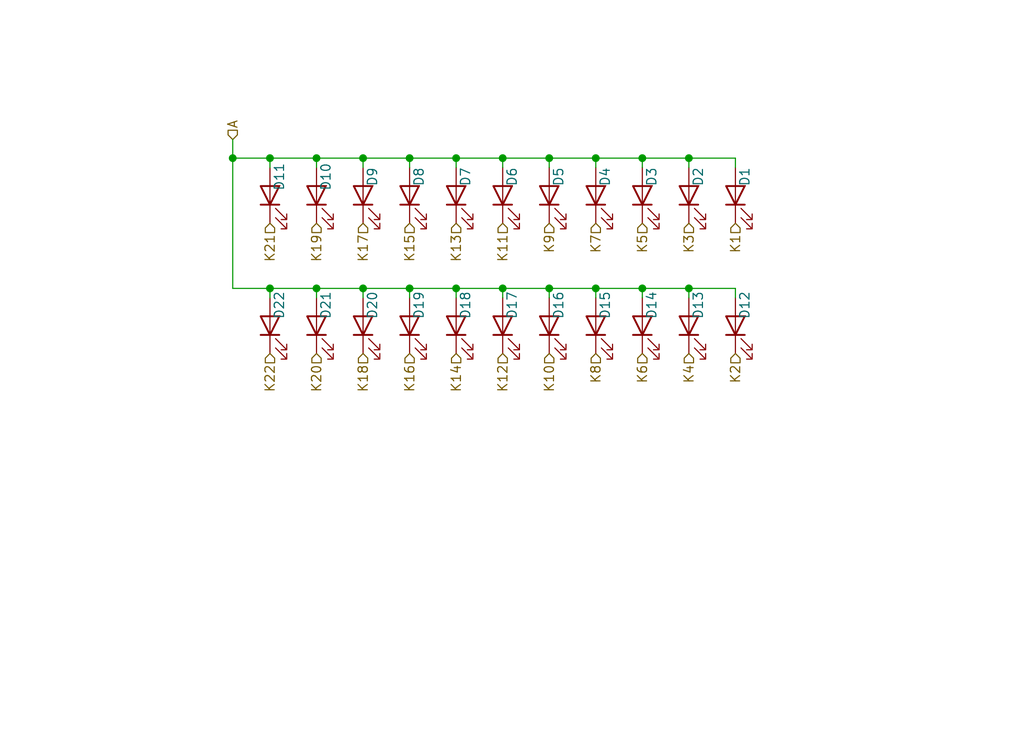
<source format=kicad_sch>
(kicad_sch (version 20231120) (generator "eeschema") (generator_version "8.0")
  (paper "User" 139.7 101.6)
  (title_block (title "Badge Magic Schematic") (date "2024-04-14"))
  (lib_symbols
    (symbol "Device:LED" (pin_numbers hide) (pin_names (offset 1.016) hide)
      (property "Reference" "D" (at 0 2.54 0))
      (property "Value" "LED" (at 0 -2.54 0))
      (symbol "LED_0_1"
        (polyline (pts (xy -1.27 -1.27) (xy -1.27 1.27)) (stroke (width 0.254)))
        (polyline (pts (xy -1.27 0) (xy 1.27 0)))
        (polyline (pts (xy 1.27 -1.27) (xy 1.27 1.27) (xy -1.27 0) (xy 1.27 -1.27)) (stroke (width 0.254)))
        (polyline (pts (xy -3.048 -0.762) (xy -4.572 -2.286) (xy -3.81 -2.286) (xy -4.572 -2.286) (xy -4.572 -1.524)))
        (polyline (pts (xy -1.778 -0.762) (xy -3.302 -2.286) (xy -2.54 -2.286) (xy -3.302 -2.286) (xy -3.302 -1.524)))
      )
      (symbol "LED_1_1"
        (pin passive line (at -3.81 0 0) (length 2.54) (name "K") (number "1"))
        (pin passive line (at 3.81 0 180) (length 2.54) (name "A") (number "2"))
      )
    )
  )
  (junction (at 74.93 21.59))
  (junction (at 36.83 39.37))
  (junction (at 93.98 39.37))
  (junction (at 36.83 21.59))
  (junction (at 31.75 21.59))
  (junction (at 68.58 39.37))
  (junction (at 62.23 21.59))
  (junction (at 74.93 39.37))
  (junction (at 49.53 21.59))
  (junction (at 81.28 21.59))
  (junction (at 55.88 39.37))
  (junction (at 81.28 39.37))
  (junction (at 87.63 21.59))
  (junction (at 93.98 21.59))
  (junction (at 43.18 39.37))
  (junction (at 87.63 39.37))
  (junction (at 62.23 39.37))
  (junction (at 68.58 21.59))
  (junction (at 43.18 21.59))
  (junction (at 49.53 39.37))
  (junction (at 55.88 21.59))
  (wire (pts (xy 81.28 21.59) (xy 74.93 21.59)))
  (wire (pts (xy 36.83 39.37) (xy 36.83 40.64)))
  (wire (pts (xy 36.83 21.59) (xy 36.83 22.86)))
  (wire (pts (xy 87.63 39.37) (xy 81.28 39.37)))
  (wire (pts (xy 100.33 21.59) (xy 93.98 21.59)))
  (wire (pts (xy 74.93 39.37) (xy 68.58 39.37)))
  (wire (pts (xy 43.18 39.37) (xy 43.18 40.64)))
  (wire (pts (xy 49.53 21.59) (xy 43.18 21.59)))
  (wire (pts (xy 62.23 39.37) (xy 55.88 39.37)))
  (wire (pts (xy 31.75 21.59) (xy 36.83 21.59)))
  (wire (pts (xy 68.58 21.59) (xy 68.58 22.86)))
  (wire (pts (xy 93.98 21.59) (xy 87.63 21.59)))
  (wire (pts (xy 49.53 21.59) (xy 49.53 22.86)))
  (wire (pts (xy 81.28 21.59) (xy 81.28 22.86)))
  (wire (pts (xy 100.33 39.37) (xy 100.33 40.64)))
  (wire (pts (xy 100.33 39.37) (xy 93.98 39.37)))
  (wire (pts (xy 81.28 39.37) (xy 74.93 39.37)))
  (wire (pts (xy 49.53 39.37) (xy 49.53 40.64)))
  (wire (pts (xy 93.98 21.59) (xy 93.98 22.86)))
  (wire (pts (xy 81.28 39.37) (xy 81.28 40.64)))
  (wire (pts (xy 74.93 21.59) (xy 74.93 22.86)))
  (wire (pts (xy 74.93 21.59) (xy 68.58 21.59)))
  (wire (pts (xy 55.88 21.59) (xy 55.88 22.86)))
  (wire (pts (xy 43.18 21.59) (xy 43.18 22.86)))
  (wire (pts (xy 74.93 39.37) (xy 74.93 40.64)))
  (wire (pts (xy 93.98 39.37) (xy 93.98 40.64)))
  (wire (pts (xy 49.53 39.37) (xy 43.18 39.37)))
  (wire (pts (xy 87.63 39.37) (xy 87.63 40.64)))
  (wire (pts (xy 87.63 21.59) (xy 81.28 21.59)))
  (wire (pts (xy 55.88 39.37) (xy 55.88 40.64)))
  (wire (pts (xy 62.23 21.59) (xy 55.88 21.59)))
  (wire (pts (xy 68.58 21.59) (xy 62.23 21.59)))
  (wire (pts (xy 87.63 21.59) (xy 87.63 22.86)))
  (wire (pts (xy 43.18 39.37) (xy 36.83 39.37)))
  (wire (pts (xy 31.75 39.37) (xy 31.75 21.59)))
  (wire (pts (xy 55.88 39.37) (xy 49.53 39.37)))
  (wire (pts (xy 31.75 19.05) (xy 31.75 21.59)))
  (wire (pts (xy 68.58 39.37) (xy 62.23 39.37)))
  (wire (pts (xy 93.98 39.37) (xy 87.63 39.37)))
  (wire (pts (xy 62.23 21.59) (xy 62.23 22.86)))
  (wire (pts (xy 36.83 39.37) (xy 31.75 39.37)))
  (wire (pts (xy 100.33 21.59) (xy 100.33 22.86)))
  (wire (pts (xy 62.23 39.37) (xy 62.23 40.64)))
  (wire (pts (xy 55.88 21.59) (xy 49.53 21.59)))
  (wire (pts (xy 68.58 39.37) (xy 68.58 40.64)))
  (wire (pts (xy 43.18 21.59) (xy 36.83 21.59)))
  (hierarchical_label "K3" (shape input) (at 93.98 30.48 270))
  (hierarchical_label "K4" (shape input) (at 93.98 48.26 270))
  (hierarchical_label "K16" (shape input) (at 55.88 48.26 270))
  (hierarchical_label "A" (shape input) (at 31.75 19.05 90))
  (hierarchical_label "K8" (shape input) (at 81.28 48.26 270))
  (hierarchical_label "K15" (shape input) (at 55.88 30.48 270))
  (hierarchical_label "K11" (shape input) (at 68.58 30.48 270))
  (hierarchical_label "K19" (shape input) (at 43.18 30.48 270))
  (hierarchical_label "K21" (shape input) (at 36.83 30.48 270))
  (hierarchical_label "K18" (shape input) (at 49.53 48.26 270))
  (hierarchical_label "K10" (shape input) (at 74.93 48.26 270))
  (hierarchical_label "K6" (shape input) (at 87.63 48.26 270))
  (hierarchical_label "K9" (shape input) (at 74.93 30.48 270))
  (hierarchical_label "K17" (shape input) (at 49.53 30.48 270))
  (hierarchical_label "K14" (shape input) (at 62.23 48.26 270))
  (hierarchical_label "K22" (shape input) (at 36.83 48.26 270))
  (hierarchical_label "K2" (shape input) (at 100.33 48.26 270))
  (hierarchical_label "K12" (shape input) (at 68.58 48.26 270))
  (hierarchical_label "K7" (shape input) (at 81.28 30.48 270))
  (hierarchical_label "K20" (shape input) (at 43.18 48.26 270))
  (hierarchical_label "K1" (shape input) (at 100.33 30.48 270))
  (hierarchical_label "K13" (shape input) (at 62.23 30.48 270))
  (hierarchical_label "K5" (shape input) (at 87.63 30.48 270))
  (symbol (lib_id "Device:LED") (at 93.98 44.45 90) (unit 1)
    (property "Reference" "D13" (at 95.25 41.656 0))
    (property "Value" "LED" (effects (hide yes)))
    (property "Footprint" "LED_SMD:LED_0603_1608Metric" (effects (hide yes)))
    (property "Description" "Light emitting diode" (effects (hide yes)))
    (instances (project "BadgeMagic" (path "" (reference "D13") (unit 1)) (path "" (reference "D35") (unit 1)) (path "" (reference "D57") (unit 1)) (path "" (reference "D79") (unit 1)) (path "" (reference "D101") (unit 1)) (path "" (reference "D123") (unit 1)) (path "" (reference "D145") (unit 1)) (path "" (reference "D167") (unit 1)) (path "" (reference "D189") (unit 1)) (path "" (reference "D211") (unit 1)) (path "" (reference "D233") (unit 1)) (path "" (reference "D255") (unit 1)) (path "" (reference "D277") (unit 1)) (path "" (reference "D299") (unit 1)) (path "" (reference "D321") (unit 1)) (path "" (reference "D343") (unit 1)) (path "" (reference "D365") (unit 1)) (path "" (reference "D387") (unit 1)) (path "" (reference "D409") (unit 1)) (path "" (reference "D431") (unit 1)) (path "" (reference "D453") (unit 1)) (path "" (reference "D475") (unit 1))))
  )
  (symbol (lib_id "Device:LED") (at 68.58 44.45 90) (unit 1)
    (property "Reference" "D17" (at 69.85 41.656 0))
    (property "Value" "LED" (effects (hide yes)))
    (property "Footprint" "LED_SMD:LED_0603_1608Metric" (effects (hide yes)))
    (property "Description" "Light emitting diode" (effects (hide yes)))
    (instances (project "BadgeMagic" (path "" (reference "D17") (unit 1)) (path "" (reference "D39") (unit 1)) (path "" (reference "D61") (unit 1)) (path "" (reference "D83") (unit 1)) (path "" (reference "D105") (unit 1)) (path "" (reference "D127") (unit 1)) (path "" (reference "D149") (unit 1)) (path "" (reference "D171") (unit 1)) (path "" (reference "D193") (unit 1)) (path "" (reference "D215") (unit 1)) (path "" (reference "D237") (unit 1)) (path "" (reference "D259") (unit 1)) (path "" (reference "D281") (unit 1)) (path "" (reference "D303") (unit 1)) (path "" (reference "D325") (unit 1)) (path "" (reference "D347") (unit 1)) (path "" (reference "D369") (unit 1)) (path "" (reference "D391") (unit 1)) (path "" (reference "D413") (unit 1)) (path "" (reference "D435") (unit 1)) (path "" (reference "D457") (unit 1)) (path "" (reference "D479") (unit 1))))
  )
  (symbol (lib_id "Device:LED") (at 43.18 44.45 90) (unit 1)
    (property "Reference" "D21" (at 44.45 41.656 0))
    (property "Value" "LED" (effects (hide yes)))
    (property "Footprint" "LED_SMD:LED_0603_1608Metric" (effects (hide yes)))
    (property "Description" "Light emitting diode" (effects (hide yes)))
    (instances (project "BadgeMagic" (path "" (reference "D21") (unit 1)) (path "" (reference "D43") (unit 1)) (path "" (reference "D65") (unit 1)) (path "" (reference "D87") (unit 1)) (path "" (reference "D109") (unit 1)) (path "" (reference "D131") (unit 1)) (path "" (reference "D153") (unit 1)) (path "" (reference "D175") (unit 1)) (path "" (reference "D197") (unit 1)) (path "" (reference "D219") (unit 1)) (path "" (reference "D241") (unit 1)) (path "" (reference "D263") (unit 1)) (path "" (reference "D285") (unit 1)) (path "" (reference "D307") (unit 1)) (path "" (reference "D329") (unit 1)) (path "" (reference "D351") (unit 1)) (path "" (reference "D373") (unit 1)) (path "" (reference "D395") (unit 1)) (path "" (reference "D417") (unit 1)) (path "" (reference "D439") (unit 1)) (path "" (reference "D461") (unit 1)) (path "" (reference "D483") (unit 1))))
  )
  (symbol (lib_id "Device:LED") (at 74.93 26.67 90) (unit 1)
    (property "Reference" "D5" (at 76.2 24.13 0))
    (property "Value" "LED" (effects (hide yes)))
    (property "Footprint" "LED_SMD:LED_0603_1608Metric" (effects (hide yes)))
    (property "Description" "Light emitting diode" (effects (hide yes)))
    (instances (project "BadgeMagic" (path "" (reference "D5") (unit 1)) (path "" (reference "D27") (unit 1)) (path "" (reference "D49") (unit 1)) (path "" (reference "D71") (unit 1)) (path "" (reference "D93") (unit 1)) (path "" (reference "D115") (unit 1)) (path "" (reference "D137") (unit 1)) (path "" (reference "D159") (unit 1)) (path "" (reference "D181") (unit 1)) (path "" (reference "D203") (unit 1)) (path "" (reference "D225") (unit 1)) (path "" (reference "D247") (unit 1)) (path "" (reference "D269") (unit 1)) (path "" (reference "D291") (unit 1)) (path "" (reference "D313") (unit 1)) (path "" (reference "D335") (unit 1)) (path "" (reference "D357") (unit 1)) (path "" (reference "D379") (unit 1)) (path "" (reference "D401") (unit 1)) (path "" (reference "D423") (unit 1)) (path "" (reference "D445") (unit 1)) (path "" (reference "D467") (unit 1))))
  )
  (symbol (lib_id "Device:LED") (at 55.88 26.67 90) (unit 1)
    (property "Reference" "D8" (at 57.15 24.13 0))
    (property "Value" "LED" (effects (hide yes)))
    (property "Footprint" "LED_SMD:LED_0603_1608Metric" (effects (hide yes)))
    (property "Description" "Light emitting diode" (effects (hide yes)))
    (instances (project "BadgeMagic" (path "" (reference "D8") (unit 1)) (path "" (reference "D30") (unit 1)) (path "" (reference "D52") (unit 1)) (path "" (reference "D74") (unit 1)) (path "" (reference "D96") (unit 1)) (path "" (reference "D118") (unit 1)) (path "" (reference "D140") (unit 1)) (path "" (reference "D162") (unit 1)) (path "" (reference "D184") (unit 1)) (path "" (reference "D206") (unit 1)) (path "" (reference "D228") (unit 1)) (path "" (reference "D250") (unit 1)) (path "" (reference "D272") (unit 1)) (path "" (reference "D294") (unit 1)) (path "" (reference "D316") (unit 1)) (path "" (reference "D338") (unit 1)) (path "" (reference "D360") (unit 1)) (path "" (reference "D382") (unit 1)) (path "" (reference "D404") (unit 1)) (path "" (reference "D426") (unit 1)) (path "" (reference "D448") (unit 1)) (path "" (reference "D470") (unit 1))))
  )
  (symbol (lib_id "Device:LED") (at 36.83 26.67 90) (unit 1)
    (property "Reference" "D11" (at 38.1 24.13 0))
    (property "Value" "LED" (effects (hide yes)))
    (property "Footprint" "LED_SMD:LED_0603_1608Metric" (effects (hide yes)))
    (property "Description" "Light emitting diode" (effects (hide yes)))
    (instances (project "BadgeMagic" (path "" (reference "D11") (unit 1)) (path "" (reference "D33") (unit 1)) (path "" (reference "D55") (unit 1)) (path "" (reference "D77") (unit 1)) (path "" (reference "D99") (unit 1)) (path "" (reference "D121") (unit 1)) (path "" (reference "D143") (unit 1)) (path "" (reference "D165") (unit 1)) (path "" (reference "D187") (unit 1)) (path "" (reference "D209") (unit 1)) (path "" (reference "D231") (unit 1)) (path "" (reference "D253") (unit 1)) (path "" (reference "D275") (unit 1)) (path "" (reference "D297") (unit 1)) (path "" (reference "D319") (unit 1)) (path "" (reference "D341") (unit 1)) (path "" (reference "D363") (unit 1)) (path "" (reference "D385") (unit 1)) (path "" (reference "D407") (unit 1)) (path "" (reference "D429") (unit 1)) (path "" (reference "D451") (unit 1)) (path "" (reference "D473") (unit 1))))
  )
  (symbol (lib_id "Device:LED") (at 81.28 26.67 90) (unit 1)
    (property "Reference" "D4" (at 82.55 24.13 0))
    (property "Value" "LED" (effects (hide yes)))
    (property "Footprint" "LED_SMD:LED_0603_1608Metric" (effects (hide yes)))
    (property "Description" "Light emitting diode" (effects (hide yes)))
    (instances (project "BadgeMagic" (path "" (reference "D4") (unit 1)) (path "" (reference "D26") (unit 1)) (path "" (reference "D48") (unit 1)) (path "" (reference "D70") (unit 1)) (path "" (reference "D92") (unit 1)) (path "" (reference "D114") (unit 1)) (path "" (reference "D136") (unit 1)) (path "" (reference "D158") (unit 1)) (path "" (reference "D180") (unit 1)) (path "" (reference "D202") (unit 1)) (path "" (reference "D224") (unit 1)) (path "" (reference "D246") (unit 1)) (path "" (reference "D268") (unit 1)) (path "" (reference "D290") (unit 1)) (path "" (reference "D312") (unit 1)) (path "" (reference "D334") (unit 1)) (path "" (reference "D356") (unit 1)) (path "" (reference "D378") (unit 1)) (path "" (reference "D400") (unit 1)) (path "" (reference "D422") (unit 1)) (path "" (reference "D444") (unit 1)) (path "" (reference "D466") (unit 1))))
  )
  (symbol (lib_id "Device:LED") (at 43.18 26.67 90) (unit 1)
    (property "Reference" "D10" (at 44.45 24.13 0))
    (property "Value" "LED" (effects (hide yes)))
    (property "Footprint" "LED_SMD:LED_0603_1608Metric" (effects (hide yes)))
    (property "Description" "Light emitting diode" (effects (hide yes)))
    (instances (project "BadgeMagic" (path "" (reference "D10") (unit 1)) (path "" (reference "D32") (unit 1)) (path "" (reference "D54") (unit 1)) (path "" (reference "D76") (unit 1)) (path "" (reference "D98") (unit 1)) (path "" (reference "D120") (unit 1)) (path "" (reference "D142") (unit 1)) (path "" (reference "D164") (unit 1)) (path "" (reference "D186") (unit 1)) (path "" (reference "D208") (unit 1)) (path "" (reference "D230") (unit 1)) (path "" (reference "D252") (unit 1)) (path "" (reference "D274") (unit 1)) (path "" (reference "D296") (unit 1)) (path "" (reference "D318") (unit 1)) (path "" (reference "D340") (unit 1)) (path "" (reference "D362") (unit 1)) (path "" (reference "D384") (unit 1)) (path "" (reference "D406") (unit 1)) (path "" (reference "D428") (unit 1)) (path "" (reference "D450") (unit 1)) (path "" (reference "D472") (unit 1))))
  )
  (symbol (lib_id "Device:LED") (at 49.53 26.67 90) (unit 1)
    (property "Reference" "D9" (at 50.8 24.13 0))
    (property "Value" "LED" (effects (hide yes)))
    (property "Footprint" "LED_SMD:LED_0603_1608Metric" (effects (hide yes)))
    (property "Description" "Light emitting diode" (effects (hide yes)))
    (instances (project "BadgeMagic" (path "" (reference "D9") (unit 1)) (path "" (reference "D31") (unit 1)) (path "" (reference "D53") (unit 1)) (path "" (reference "D75") (unit 1)) (path "" (reference "D97") (unit 1)) (path "" (reference "D119") (unit 1)) (path "" (reference "D141") (unit 1)) (path "" (reference "D163") (unit 1)) (path "" (reference "D185") (unit 1)) (path "" (reference "D207") (unit 1)) (path "" (reference "D229") (unit 1)) (path "" (reference "D251") (unit 1)) (path "" (reference "D273") (unit 1)) (path "" (reference "D295") (unit 1)) (path "" (reference "D317") (unit 1)) (path "" (reference "D339") (unit 1)) (path "" (reference "D361") (unit 1)) (path "" (reference "D383") (unit 1)) (path "" (reference "D405") (unit 1)) (path "" (reference "D427") (unit 1)) (path "" (reference "D449") (unit 1)) (path "" (reference "D471") (unit 1))))
  )
  (symbol (lib_id "Device:LED") (at 68.58 26.67 90) (unit 1)
    (property "Reference" "D6" (at 69.85 24.13 0))
    (property "Value" "LED" (effects (hide yes)))
    (property "Footprint" "LED_SMD:LED_0603_1608Metric" (effects (hide yes)))
    (property "Description" "Light emitting diode" (effects (hide yes)))
    (instances (project "BadgeMagic" (path "" (reference "D6") (unit 1)) (path "" (reference "D28") (unit 1)) (path "" (reference "D50") (unit 1)) (path "" (reference "D72") (unit 1)) (path "" (reference "D94") (unit 1)) (path "" (reference "D116") (unit 1)) (path "" (reference "D138") (unit 1)) (path "" (reference "D160") (unit 1)) (path "" (reference "D182") (unit 1)) (path "" (reference "D204") (unit 1)) (path "" (reference "D226") (unit 1)) (path "" (reference "D248") (unit 1)) (path "" (reference "D270") (unit 1)) (path "" (reference "D292") (unit 1)) (path "" (reference "D314") (unit 1)) (path "" (reference "D336") (unit 1)) (path "" (reference "D358") (unit 1)) (path "" (reference "D380") (unit 1)) (path "" (reference "D402") (unit 1)) (path "" (reference "D424") (unit 1)) (path "" (reference "D446") (unit 1)) (path "" (reference "D468") (unit 1))))
  )
  (symbol (lib_id "Device:LED") (at 81.28 44.45 90) (unit 1)
    (property "Reference" "D15" (at 82.55 41.656 0))
    (property "Value" "LED" (effects (hide yes)))
    (property "Footprint" "LED_SMD:LED_0603_1608Metric" (effects (hide yes)))
    (property "Description" "Light emitting diode" (effects (hide yes)))
    (instances (project "BadgeMagic" (path "" (reference "D15") (unit 1)) (path "" (reference "D37") (unit 1)) (path "" (reference "D59") (unit 1)) (path "" (reference "D81") (unit 1)) (path "" (reference "D103") (unit 1)) (path "" (reference "D125") (unit 1)) (path "" (reference "D147") (unit 1)) (path "" (reference "D169") (unit 1)) (path "" (reference "D191") (unit 1)) (path "" (reference "D213") (unit 1)) (path "" (reference "D235") (unit 1)) (path "" (reference "D257") (unit 1)) (path "" (reference "D279") (unit 1)) (path "" (reference "D301") (unit 1)) (path "" (reference "D323") (unit 1)) (path "" (reference "D345") (unit 1)) (path "" (reference "D367") (unit 1)) (path "" (reference "D389") (unit 1)) (path "" (reference "D411") (unit 1)) (path "" (reference "D433") (unit 1)) (path "" (reference "D455") (unit 1)) (path "" (reference "D477") (unit 1))))
  )
  (symbol (lib_id "Device:LED") (at 93.98 26.67 90) (unit 1)
    (property "Reference" "D2" (at 95.25 24.13 0))
    (property "Value" "LED" (effects (hide yes)))
    (property "Footprint" "LED_SMD:LED_0603_1608Metric" (effects (hide yes)))
    (property "Description" "Light emitting diode" (effects (hide yes)))
    (instances (project "BadgeMagic" (path "" (reference "D2") (unit 1)) (path "" (reference "D24") (unit 1)) (path "" (reference "D46") (unit 1)) (path "" (reference "D68") (unit 1)) (path "" (reference "D90") (unit 1)) (path "" (reference "D112") (unit 1)) (path "" (reference "D134") (unit 1)) (path "" (reference "D156") (unit 1)) (path "" (reference "D178") (unit 1)) (path "" (reference "D200") (unit 1)) (path "" (reference "D222") (unit 1)) (path "" (reference "D244") (unit 1)) (path "" (reference "D266") (unit 1)) (path "" (reference "D288") (unit 1)) (path "" (reference "D310") (unit 1)) (path "" (reference "D332") (unit 1)) (path "" (reference "D354") (unit 1)) (path "" (reference "D376") (unit 1)) (path "" (reference "D398") (unit 1)) (path "" (reference "D420") (unit 1)) (path "" (reference "D442") (unit 1)) (path "" (reference "D464") (unit 1))))
  )
  (symbol (lib_id "Device:LED") (at 62.23 26.67 90) (unit 1)
    (property "Reference" "D7" (at 63.5 24.13 0))
    (property "Value" "LED" (effects (hide yes)))
    (property "Footprint" "LED_SMD:LED_0603_1608Metric" (effects (hide yes)))
    (property "Description" "Light emitting diode" (effects (hide yes)))
    (instances (project "BadgeMagic" (path "" (reference "D7") (unit 1)) (path "" (reference "D29") (unit 1)) (path "" (reference "D51") (unit 1)) (path "" (reference "D73") (unit 1)) (path "" (reference "D95") (unit 1)) (path "" (reference "D117") (unit 1)) (path "" (reference "D139") (unit 1)) (path "" (reference "D161") (unit 1)) (path "" (reference "D183") (unit 1)) (path "" (reference "D205") (unit 1)) (path "" (reference "D227") (unit 1)) (path "" (reference "D249") (unit 1)) (path "" (reference "D271") (unit 1)) (path "" (reference "D293") (unit 1)) (path "" (reference "D315") (unit 1)) (path "" (reference "D337") (unit 1)) (path "" (reference "D359") (unit 1)) (path "" (reference "D381") (unit 1)) (path "" (reference "D403") (unit 1)) (path "" (reference "D425") (unit 1)) (path "" (reference "D447") (unit 1)) (path "" (reference "D469") (unit 1))))
  )
  (symbol (lib_id "Device:LED") (at 100.33 44.45 90) (unit 1)
    (property "Reference" "D12" (at 101.6 41.656 0))
    (property "Value" "LED" (effects (hide yes)))
    (property "Footprint" "LED_SMD:LED_0603_1608Metric" (effects (hide yes)))
    (property "Description" "Light emitting diode" (effects (hide yes)))
    (instances (project "BadgeMagic" (path "" (reference "D12") (unit 1)) (path "" (reference "D34") (unit 1)) (path "" (reference "D56") (unit 1)) (path "" (reference "D78") (unit 1)) (path "" (reference "D100") (unit 1)) (path "" (reference "D122") (unit 1)) (path "" (reference "D144") (unit 1)) (path "" (reference "D166") (unit 1)) (path "" (reference "D188") (unit 1)) (path "" (reference "D210") (unit 1)) (path "" (reference "D232") (unit 1)) (path "" (reference "D254") (unit 1)) (path "" (reference "D276") (unit 1)) (path "" (reference "D298") (unit 1)) (path "" (reference "D320") (unit 1)) (path "" (reference "D342") (unit 1)) (path "" (reference "D364") (unit 1)) (path "" (reference "D386") (unit 1)) (path "" (reference "D408") (unit 1)) (path "" (reference "D430") (unit 1)) (path "" (reference "D452") (unit 1)) (path "" (reference "D474") (unit 1))))
  )
  (symbol (lib_id "Device:LED") (at 100.33 26.67 90) (unit 1)
    (property "Reference" "D1" (at 101.6 24.13 0))
    (property "Value" "LED" (effects (hide yes)))
    (property "Footprint" "LED_SMD:LED_0603_1608Metric" (effects (hide yes)))
    (property "Description" "Light emitting diode" (effects (hide yes)))
    (instances (project "BadgeMagic" (path "" (reference "D1") (unit 1)) (path "" (reference "D23") (unit 1)) (path "" (reference "D45") (unit 1)) (path "" (reference "D67") (unit 1)) (path "" (reference "D89") (unit 1)) (path "" (reference "D111") (unit 1)) (path "" (reference "D133") (unit 1)) (path "" (reference "D155") (unit 1)) (path "" (reference "D177") (unit 1)) (path "" (reference "D199") (unit 1)) (path "" (reference "D221") (unit 1)) (path "" (reference "D243") (unit 1)) (path "" (reference "D265") (unit 1)) (path "" (reference "D287") (unit 1)) (path "" (reference "D309") (unit 1)) (path "" (reference "D331") (unit 1)) (path "" (reference "D353") (unit 1)) (path "" (reference "D375") (unit 1)) (path "" (reference "D397") (unit 1)) (path "" (reference "D419") (unit 1)) (path "" (reference "D441") (unit 1)) (path "" (reference "D463") (unit 1))))
  )
  (symbol (lib_id "Device:LED") (at 87.63 44.45 90) (unit 1)
    (property "Reference" "D14" (at 88.9 41.656 0))
    (property "Value" "LED" (effects (hide yes)))
    (property "Footprint" "LED_SMD:LED_0603_1608Metric" (effects (hide yes)))
    (property "Description" "Light emitting diode" (effects (hide yes)))
    (instances (project "BadgeMagic" (path "" (reference "D14") (unit 1)) (path "" (reference "D36") (unit 1)) (path "" (reference "D58") (unit 1)) (path "" (reference "D80") (unit 1)) (path "" (reference "D102") (unit 1)) (path "" (reference "D124") (unit 1)) (path "" (reference "D146") (unit 1)) (path "" (reference "D168") (unit 1)) (path "" (reference "D190") (unit 1)) (path "" (reference "D212") (unit 1)) (path "" (reference "D234") (unit 1)) (path "" (reference "D256") (unit 1)) (path "" (reference "D278") (unit 1)) (path "" (reference "D300") (unit 1)) (path "" (reference "D322") (unit 1)) (path "" (reference "D344") (unit 1)) (path "" (reference "D366") (unit 1)) (path "" (reference "D388") (unit 1)) (path "" (reference "D410") (unit 1)) (path "" (reference "D432") (unit 1)) (path "" (reference "D454") (unit 1)) (path "" (reference "D476") (unit 1))))
  )
  (symbol (lib_id "Device:LED") (at 36.83 44.45 90) (unit 1)
    (property "Reference" "D22" (at 38.1 41.656 0))
    (property "Value" "LED" (effects (hide yes)))
    (property "Footprint" "LED_SMD:LED_0603_1608Metric" (effects (hide yes)))
    (property "Description" "Light emitting diode" (effects (hide yes)))
    (instances (project "BadgeMagic" (path "" (reference "D22") (unit 1)) (path "" (reference "D44") (unit 1)) (path "" (reference "D66") (unit 1)) (path "" (reference "D88") (unit 1)) (path "" (reference "D110") (unit 1)) (path "" (reference "D132") (unit 1)) (path "" (reference "D154") (unit 1)) (path "" (reference "D176") (unit 1)) (path "" (reference "D198") (unit 1)) (path "" (reference "D220") (unit 1)) (path "" (reference "D242") (unit 1)) (path "" (reference "D264") (unit 1)) (path "" (reference "D286") (unit 1)) (path "" (reference "D308") (unit 1)) (path "" (reference "D330") (unit 1)) (path "" (reference "D352") (unit 1)) (path "" (reference "D374") (unit 1)) (path "" (reference "D396") (unit 1)) (path "" (reference "D418") (unit 1)) (path "" (reference "D440") (unit 1)) (path "" (reference "D462") (unit 1)) (path "" (reference "D484") (unit 1))))
  )
  (symbol (lib_id "Device:LED") (at 55.88 44.45 90) (unit 1)
    (property "Reference" "D19" (at 57.15 41.656 0))
    (property "Value" "LED" (effects (hide yes)))
    (property "Footprint" "LED_SMD:LED_0603_1608Metric" (effects (hide yes)))
    (property "Description" "Light emitting diode" (effects (hide yes)))
    (instances (project "BadgeMagic" (path "" (reference "D19") (unit 1)) (path "" (reference "D41") (unit 1)) (path "" (reference "D63") (unit 1)) (path "" (reference "D85") (unit 1)) (path "" (reference "D107") (unit 1)) (path "" (reference "D129") (unit 1)) (path "" (reference "D151") (unit 1)) (path "" (reference "D173") (unit 1)) (path "" (reference "D195") (unit 1)) (path "" (reference "D217") (unit 1)) (path "" (reference "D239") (unit 1)) (path "" (reference "D261") (unit 1)) (path "" (reference "D283") (unit 1)) (path "" (reference "D305") (unit 1)) (path "" (reference "D327") (unit 1)) (path "" (reference "D349") (unit 1)) (path "" (reference "D371") (unit 1)) (path "" (reference "D393") (unit 1)) (path "" (reference "D415") (unit 1)) (path "" (reference "D437") (unit 1)) (path "" (reference "D459") (unit 1)) (path "" (reference "D481") (unit 1))))
  )
  (symbol (lib_id "Device:LED") (at 62.23 44.45 90) (unit 1)
    (property "Reference" "D18" (at 63.5 41.656 0))
    (property "Value" "LED" (effects (hide yes)))
    (property "Footprint" "LED_SMD:LED_0603_1608Metric" (effects (hide yes)))
    (property "Description" "Light emitting diode" (effects (hide yes)))
    (instances (project "BadgeMagic" (path "" (reference "D18") (unit 1)) (path "" (reference "D40") (unit 1)) (path "" (reference "D62") (unit 1)) (path "" (reference "D84") (unit 1)) (path "" (reference "D106") (unit 1)) (path "" (reference "D128") (unit 1)) (path "" (reference "D150") (unit 1)) (path "" (reference "D172") (unit 1)) (path "" (reference "D194") (unit 1)) (path "" (reference "D216") (unit 1)) (path "" (reference "D238") (unit 1)) (path "" (reference "D260") (unit 1)) (path "" (reference "D282") (unit 1)) (path "" (reference "D304") (unit 1)) (path "" (reference "D326") (unit 1)) (path "" (reference "D348") (unit 1)) (path "" (reference "D370") (unit 1)) (path "" (reference "D392") (unit 1)) (path "" (reference "D414") (unit 1)) (path "" (reference "D436") (unit 1)) (path "" (reference "D458") (unit 1)) (path "" (reference "D480") (unit 1))))
  )
  (symbol (lib_id "Device:LED") (at 49.53 44.45 90) (unit 1)
    (property "Reference" "D20" (at 50.8 41.656 0))
    (property "Value" "LED" (effects (hide yes)))
    (property "Footprint" "LED_SMD:LED_0603_1608Metric" (effects (hide yes)))
    (property "Description" "Light emitting diode" (effects (hide yes)))
    (instances (project "BadgeMagic" (path "" (reference "D20") (unit 1)) (path "" (reference "D42") (unit 1)) (path "" (reference "D64") (unit 1)) (path "" (reference "D86") (unit 1)) (path "" (reference "D108") (unit 1)) (path "" (reference "D130") (unit 1)) (path "" (reference "D152") (unit 1)) (path "" (reference "D174") (unit 1)) (path "" (reference "D196") (unit 1)) (path "" (reference "D218") (unit 1)) (path "" (reference "D240") (unit 1)) (path "" (reference "D262") (unit 1)) (path "" (reference "D284") (unit 1)) (path "" (reference "D306") (unit 1)) (path "" (reference "D328") (unit 1)) (path "" (reference "D350") (unit 1)) (path "" (reference "D372") (unit 1)) (path "" (reference "D394") (unit 1)) (path "" (reference "D416") (unit 1)) (path "" (reference "D438") (unit 1)) (path "" (reference "D460") (unit 1)) (path "" (reference "D482") (unit 1))))
  )
  (symbol (lib_id "Device:LED") (at 87.63 26.67 90) (unit 1)
    (property "Reference" "D3" (at 88.9 24.13 0))
    (property "Value" "LED" (effects (hide yes)))
    (property "Footprint" "LED_SMD:LED_0603_1608Metric" (effects (hide yes)))
    (property "Description" "Light emitting diode" (effects (hide yes)))
    (instances (project "BadgeMagic" (path "" (reference "D3") (unit 1)) (path "" (reference "D25") (unit 1)) (path "" (reference "D47") (unit 1)) (path "" (reference "D69") (unit 1)) (path "" (reference "D91") (unit 1)) (path "" (reference "D113") (unit 1)) (path "" (reference "D135") (unit 1)) (path "" (reference "D157") (unit 1)) (path "" (reference "D179") (unit 1)) (path "" (reference "D201") (unit 1)) (path "" (reference "D223") (unit 1)) (path "" (reference "D245") (unit 1)) (path "" (reference "D267") (unit 1)) (path "" (reference "D289") (unit 1)) (path "" (reference "D311") (unit 1)) (path "" (reference "D333") (unit 1)) (path "" (reference "D355") (unit 1)) (path "" (reference "D377") (unit 1)) (path "" (reference "D399") (unit 1)) (path "" (reference "D421") (unit 1)) (path "" (reference "D443") (unit 1)) (path "" (reference "D465") (unit 1))))
  )
  (symbol (lib_id "Device:LED") (at 74.93 44.45 90) (unit 1)
    (property "Reference" "D16" (at 76.2 41.656 0))
    (property "Value" "LED" (effects (hide yes)))
    (property "Footprint" "LED_SMD:LED_0603_1608Metric" (effects (hide yes)))
    (property "Description" "Light emitting diode" (effects (hide yes)))
    (instances (project "BadgeMagic" (path "" (reference "D16") (unit 1)) (path "" (reference "D38") (unit 1)) (path "" (reference "D60") (unit 1)) (path "" (reference "D82") (unit 1)) (path "" (reference "D104") (unit 1)) (path "" (reference "D126") (unit 1)) (path "" (reference "D148") (unit 1)) (path "" (reference "D170") (unit 1)) (path "" (reference "D192") (unit 1)) (path "" (reference "D214") (unit 1)) (path "" (reference "D236") (unit 1)) (path "" (reference "D258") (unit 1)) (path "" (reference "D280") (unit 1)) (path "" (reference "D302") (unit 1)) (path "" (reference "D324") (unit 1)) (path "" (reference "D346") (unit 1)) (path "" (reference "D368") (unit 1)) (path "" (reference "D390") (unit 1)) (path "" (reference "D412") (unit 1)) (path "" (reference "D434") (unit 1)) (path "" (reference "D456") (unit 1)) (path "" (reference "D478") (unit 1))))
  )
)
</source>
